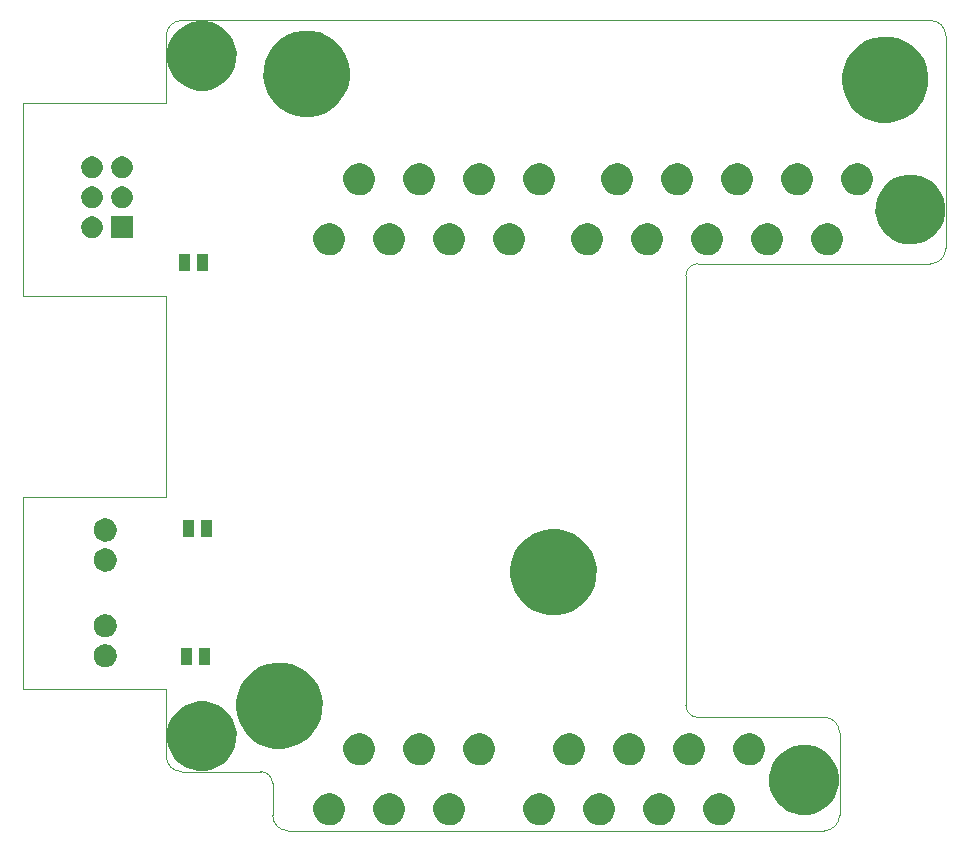
<source format=gts>
G04 (created by PCBNEW (2013-07-07 BZR 4022)-stable) date 28/02/2015 20:38:55*
%MOIN*%
G04 Gerber Fmt 3.4, Leading zero omitted, Abs format*
%FSLAX34Y34*%
G01*
G70*
G90*
G04 APERTURE LIST*
%ADD10C,0.00590551*%
%ADD11C,0.000393701*%
G04 APERTURE END LIST*
G54D10*
G54D11*
X42173Y-51606D02*
X42173Y-49370D01*
X42173Y-49370D02*
X37401Y-49370D01*
X37401Y-49370D02*
X37401Y-42952D01*
X37401Y-42952D02*
X42173Y-42952D01*
X42173Y-42952D02*
X42173Y-36259D01*
X42173Y-36259D02*
X37401Y-36259D01*
X37401Y-36259D02*
X37401Y-29822D01*
X37401Y-29822D02*
X42173Y-29822D01*
X42173Y-29822D02*
X42173Y-27590D01*
X42173Y-27590D02*
G75*
G02X42685Y-27078I511J0D01*
G74*
G01*
X45716Y-52511D02*
X45716Y-53574D01*
X42685Y-52118D02*
X45322Y-52118D01*
X67645Y-27078D02*
X42685Y-27078D01*
X68157Y-34677D02*
X68157Y-27590D01*
X59889Y-35188D02*
X67645Y-35188D01*
X59496Y-49913D02*
X59496Y-35582D01*
X64102Y-50307D02*
X59889Y-50307D01*
X64614Y-53574D02*
X64614Y-50818D01*
X46228Y-54086D02*
X64102Y-54086D01*
X45322Y-52118D02*
G75*
G02X45716Y-52511I0J-393D01*
G74*
G01*
X42685Y-52118D02*
G75*
G02X42173Y-51606I0J511D01*
G74*
G01*
X67645Y-27078D02*
G75*
G02X68157Y-27590I0J-511D01*
G74*
G01*
X68157Y-34678D02*
G75*
G02X67645Y-35188I-511J0D01*
G74*
G01*
X59496Y-35581D02*
G75*
G02X59889Y-35188I393J0D01*
G74*
G01*
X59889Y-50307D02*
G75*
G02X59496Y-49913I0J393D01*
G74*
G01*
X64103Y-50307D02*
G75*
G02X64614Y-50818I0J-511D01*
G74*
G01*
X64614Y-53575D02*
G75*
G02X64102Y-54086I-511J0D01*
G74*
G01*
X46227Y-54086D02*
G75*
G02X45716Y-53574I0J511D01*
G74*
G01*
G54D10*
G36*
X40056Y-31940D02*
X40055Y-32014D01*
X40038Y-32089D01*
X40012Y-32148D01*
X39968Y-32210D01*
X39921Y-32255D01*
X39857Y-32296D01*
X39796Y-32319D01*
X39721Y-32332D01*
X39657Y-32331D01*
X39582Y-32314D01*
X39523Y-32289D01*
X39460Y-32245D01*
X39415Y-32199D01*
X39374Y-32134D01*
X39350Y-32075D01*
X39336Y-31999D01*
X39337Y-31935D01*
X39353Y-31860D01*
X39378Y-31801D01*
X39422Y-31737D01*
X39467Y-31693D01*
X39532Y-31650D01*
X39591Y-31626D01*
X39667Y-31612D01*
X39731Y-31612D01*
X39807Y-31628D01*
X39865Y-31653D01*
X39929Y-31696D01*
X39974Y-31741D01*
X40017Y-31806D01*
X40041Y-31864D01*
X40056Y-31940D01*
X40056Y-31940D01*
G37*
G36*
X40056Y-32940D02*
X40055Y-33014D01*
X40038Y-33089D01*
X40012Y-33148D01*
X39968Y-33210D01*
X39921Y-33255D01*
X39857Y-33296D01*
X39796Y-33319D01*
X39721Y-33332D01*
X39657Y-33331D01*
X39582Y-33314D01*
X39523Y-33289D01*
X39460Y-33245D01*
X39415Y-33199D01*
X39374Y-33134D01*
X39350Y-33075D01*
X39336Y-32999D01*
X39337Y-32935D01*
X39353Y-32860D01*
X39378Y-32801D01*
X39422Y-32737D01*
X39467Y-32693D01*
X39532Y-32650D01*
X39591Y-32626D01*
X39667Y-32612D01*
X39731Y-32612D01*
X39807Y-32628D01*
X39865Y-32653D01*
X39929Y-32696D01*
X39974Y-32741D01*
X40017Y-32806D01*
X40041Y-32864D01*
X40056Y-32940D01*
X40056Y-32940D01*
G37*
G36*
X40056Y-33940D02*
X40055Y-34014D01*
X40038Y-34089D01*
X40012Y-34148D01*
X39968Y-34210D01*
X39921Y-34255D01*
X39857Y-34296D01*
X39796Y-34319D01*
X39721Y-34332D01*
X39657Y-34331D01*
X39582Y-34314D01*
X39523Y-34289D01*
X39460Y-34245D01*
X39415Y-34199D01*
X39374Y-34134D01*
X39350Y-34075D01*
X39336Y-33999D01*
X39337Y-33935D01*
X39353Y-33860D01*
X39378Y-33801D01*
X39422Y-33737D01*
X39467Y-33693D01*
X39532Y-33650D01*
X39591Y-33626D01*
X39667Y-33612D01*
X39731Y-33612D01*
X39807Y-33628D01*
X39865Y-33653D01*
X39929Y-33696D01*
X39974Y-33741D01*
X40017Y-33806D01*
X40041Y-33864D01*
X40056Y-33940D01*
X40056Y-33940D01*
G37*
G36*
X40527Y-44031D02*
X40526Y-44113D01*
X40508Y-44193D01*
X40479Y-44257D01*
X40432Y-44324D01*
X40380Y-44373D01*
X40311Y-44417D01*
X40245Y-44442D01*
X40164Y-44457D01*
X40094Y-44455D01*
X40013Y-44438D01*
X39949Y-44409D01*
X39881Y-44362D01*
X39833Y-44312D01*
X39788Y-44242D01*
X39762Y-44177D01*
X39747Y-44096D01*
X39748Y-44026D01*
X39765Y-43945D01*
X39793Y-43881D01*
X39840Y-43812D01*
X39889Y-43764D01*
X39959Y-43718D01*
X40023Y-43692D01*
X40105Y-43676D01*
X40175Y-43677D01*
X40257Y-43694D01*
X40320Y-43720D01*
X40390Y-43767D01*
X40438Y-43816D01*
X40485Y-43886D01*
X40511Y-43950D01*
X40527Y-44031D01*
X40527Y-44031D01*
G37*
G36*
X40527Y-45031D02*
X40526Y-45113D01*
X40508Y-45193D01*
X40479Y-45257D01*
X40432Y-45324D01*
X40380Y-45373D01*
X40311Y-45417D01*
X40245Y-45442D01*
X40164Y-45457D01*
X40094Y-45455D01*
X40013Y-45438D01*
X39949Y-45409D01*
X39881Y-45362D01*
X39833Y-45312D01*
X39788Y-45242D01*
X39762Y-45177D01*
X39747Y-45096D01*
X39748Y-45026D01*
X39765Y-44945D01*
X39793Y-44881D01*
X39840Y-44812D01*
X39889Y-44764D01*
X39959Y-44718D01*
X40023Y-44692D01*
X40105Y-44676D01*
X40175Y-44677D01*
X40257Y-44694D01*
X40320Y-44720D01*
X40390Y-44767D01*
X40438Y-44816D01*
X40485Y-44886D01*
X40511Y-44950D01*
X40527Y-45031D01*
X40527Y-45031D01*
G37*
G36*
X40527Y-47220D02*
X40526Y-47302D01*
X40508Y-47382D01*
X40479Y-47446D01*
X40432Y-47513D01*
X40380Y-47562D01*
X40311Y-47606D01*
X40245Y-47631D01*
X40164Y-47646D01*
X40094Y-47644D01*
X40013Y-47627D01*
X39949Y-47598D01*
X39881Y-47551D01*
X39833Y-47501D01*
X39788Y-47431D01*
X39762Y-47366D01*
X39747Y-47285D01*
X39748Y-47215D01*
X39765Y-47134D01*
X39793Y-47070D01*
X39840Y-47001D01*
X39889Y-46953D01*
X39959Y-46907D01*
X40023Y-46881D01*
X40105Y-46865D01*
X40175Y-46866D01*
X40257Y-46883D01*
X40320Y-46909D01*
X40390Y-46956D01*
X40438Y-47005D01*
X40485Y-47075D01*
X40511Y-47139D01*
X40527Y-47220D01*
X40527Y-47220D01*
G37*
G36*
X40527Y-48220D02*
X40526Y-48302D01*
X40508Y-48382D01*
X40479Y-48446D01*
X40432Y-48513D01*
X40380Y-48562D01*
X40311Y-48606D01*
X40245Y-48631D01*
X40164Y-48646D01*
X40094Y-48644D01*
X40013Y-48627D01*
X39949Y-48598D01*
X39881Y-48551D01*
X39833Y-48501D01*
X39788Y-48431D01*
X39762Y-48366D01*
X39747Y-48285D01*
X39748Y-48215D01*
X39765Y-48134D01*
X39793Y-48070D01*
X39840Y-48001D01*
X39889Y-47953D01*
X39959Y-47907D01*
X40023Y-47881D01*
X40105Y-47865D01*
X40175Y-47866D01*
X40257Y-47883D01*
X40320Y-47909D01*
X40390Y-47956D01*
X40438Y-48005D01*
X40485Y-48075D01*
X40511Y-48139D01*
X40527Y-48220D01*
X40527Y-48220D01*
G37*
G36*
X41056Y-31940D02*
X41055Y-32014D01*
X41038Y-32089D01*
X41012Y-32148D01*
X40968Y-32210D01*
X40921Y-32255D01*
X40857Y-32296D01*
X40796Y-32319D01*
X40721Y-32332D01*
X40657Y-32331D01*
X40582Y-32314D01*
X40523Y-32289D01*
X40460Y-32245D01*
X40415Y-32199D01*
X40374Y-32134D01*
X40350Y-32075D01*
X40336Y-31999D01*
X40337Y-31935D01*
X40353Y-31860D01*
X40378Y-31801D01*
X40422Y-31737D01*
X40467Y-31693D01*
X40532Y-31650D01*
X40591Y-31626D01*
X40667Y-31612D01*
X40731Y-31612D01*
X40807Y-31628D01*
X40865Y-31653D01*
X40929Y-31696D01*
X40974Y-31741D01*
X41017Y-31806D01*
X41041Y-31864D01*
X41056Y-31940D01*
X41056Y-31940D01*
G37*
G36*
X41056Y-32940D02*
X41055Y-33014D01*
X41038Y-33089D01*
X41012Y-33148D01*
X40968Y-33210D01*
X40921Y-33255D01*
X40857Y-33296D01*
X40796Y-33319D01*
X40721Y-33332D01*
X40657Y-33331D01*
X40582Y-33314D01*
X40523Y-33289D01*
X40460Y-33245D01*
X40415Y-33199D01*
X40374Y-33134D01*
X40350Y-33075D01*
X40336Y-32999D01*
X40337Y-32935D01*
X40353Y-32860D01*
X40378Y-32801D01*
X40422Y-32737D01*
X40467Y-32693D01*
X40532Y-32650D01*
X40591Y-32626D01*
X40667Y-32612D01*
X40731Y-32612D01*
X40807Y-32628D01*
X40865Y-32653D01*
X40929Y-32696D01*
X40974Y-32741D01*
X41017Y-32806D01*
X41041Y-32864D01*
X41056Y-32940D01*
X41056Y-32940D01*
G37*
G36*
X41056Y-34332D02*
X40337Y-34332D01*
X40337Y-33612D01*
X41056Y-33612D01*
X41056Y-34332D01*
X41056Y-34332D01*
G37*
G36*
X42975Y-35442D02*
X42605Y-35442D01*
X42605Y-34872D01*
X42975Y-34872D01*
X42975Y-35442D01*
X42975Y-35442D01*
G37*
G36*
X43034Y-48552D02*
X42664Y-48552D01*
X42664Y-47982D01*
X43034Y-47982D01*
X43034Y-48552D01*
X43034Y-48552D01*
G37*
G36*
X43093Y-44300D02*
X42723Y-44300D01*
X42723Y-43730D01*
X43093Y-43730D01*
X43093Y-44300D01*
X43093Y-44300D01*
G37*
G36*
X43575Y-35442D02*
X43205Y-35442D01*
X43205Y-34872D01*
X43575Y-34872D01*
X43575Y-35442D01*
X43575Y-35442D01*
G37*
G36*
X43634Y-48552D02*
X43264Y-48552D01*
X43264Y-47982D01*
X43634Y-47982D01*
X43634Y-48552D01*
X43634Y-48552D01*
G37*
G36*
X43693Y-44300D02*
X43323Y-44300D01*
X43323Y-43730D01*
X43693Y-43730D01*
X43693Y-44300D01*
X43693Y-44300D01*
G37*
G36*
X44516Y-28148D02*
X44512Y-28403D01*
X44461Y-28631D01*
X44370Y-28833D01*
X44236Y-29024D01*
X44075Y-29177D01*
X43878Y-29303D01*
X43671Y-29383D01*
X43440Y-29423D01*
X43219Y-29419D01*
X42990Y-29369D01*
X42787Y-29280D01*
X42595Y-29146D01*
X42441Y-28987D01*
X42314Y-28790D01*
X42233Y-28584D01*
X42190Y-28354D01*
X42193Y-28133D01*
X42242Y-27903D01*
X42329Y-27700D01*
X42462Y-27506D01*
X42620Y-27352D01*
X42816Y-27223D01*
X43021Y-27140D01*
X43252Y-27096D01*
X43472Y-27098D01*
X43703Y-27145D01*
X43906Y-27231D01*
X44101Y-27362D01*
X44256Y-27519D01*
X44386Y-27715D01*
X44470Y-27918D01*
X44516Y-28148D01*
X44516Y-28148D01*
G37*
G36*
X44516Y-50825D02*
X44512Y-51080D01*
X44461Y-51308D01*
X44370Y-51511D01*
X44236Y-51701D01*
X44075Y-51855D01*
X43878Y-51980D01*
X43671Y-52060D01*
X43440Y-52101D01*
X43219Y-52096D01*
X42990Y-52046D01*
X42787Y-51957D01*
X42595Y-51823D01*
X42441Y-51664D01*
X42314Y-51467D01*
X42233Y-51261D01*
X42190Y-51031D01*
X42193Y-50810D01*
X42242Y-50580D01*
X42329Y-50377D01*
X42462Y-50183D01*
X42620Y-50029D01*
X42816Y-49900D01*
X43021Y-49818D01*
X43252Y-49774D01*
X43472Y-49775D01*
X43703Y-49822D01*
X43906Y-49908D01*
X44101Y-50039D01*
X44256Y-50196D01*
X44386Y-50392D01*
X44470Y-50595D01*
X44516Y-50825D01*
X44516Y-50825D01*
G37*
G36*
X47382Y-49783D02*
X47378Y-50099D01*
X47314Y-50379D01*
X47202Y-50632D01*
X47036Y-50867D01*
X46836Y-51057D01*
X46593Y-51211D01*
X46336Y-51311D01*
X46052Y-51361D01*
X45776Y-51355D01*
X45495Y-51293D01*
X45243Y-51183D01*
X45006Y-51019D01*
X44814Y-50820D01*
X44658Y-50578D01*
X44557Y-50322D01*
X44505Y-50038D01*
X44509Y-49763D01*
X44569Y-49481D01*
X44677Y-49228D01*
X44840Y-48990D01*
X45037Y-48797D01*
X45278Y-48639D01*
X45533Y-48536D01*
X45817Y-48482D01*
X46092Y-48484D01*
X46375Y-48542D01*
X46628Y-48649D01*
X46868Y-48810D01*
X47061Y-49005D01*
X47221Y-49246D01*
X47326Y-49500D01*
X47382Y-49783D01*
X47382Y-49783D01*
G37*
G36*
X48134Y-34320D02*
X48132Y-34434D01*
X48108Y-34541D01*
X48068Y-34631D01*
X48004Y-34721D01*
X47933Y-34789D01*
X47840Y-34848D01*
X47748Y-34883D01*
X47640Y-34903D01*
X47542Y-34901D01*
X47434Y-34877D01*
X47344Y-34838D01*
X47253Y-34774D01*
X47185Y-34704D01*
X47125Y-34611D01*
X47089Y-34520D01*
X47069Y-34411D01*
X47070Y-34313D01*
X47093Y-34205D01*
X47132Y-34115D01*
X47195Y-34023D01*
X47264Y-33955D01*
X47357Y-33894D01*
X47448Y-33858D01*
X47557Y-33837D01*
X47654Y-33838D01*
X47763Y-33860D01*
X47853Y-33898D01*
X47945Y-33960D01*
X48014Y-34029D01*
X48076Y-34122D01*
X48112Y-34211D01*
X48134Y-34320D01*
X48134Y-34320D01*
G37*
G36*
X48134Y-53320D02*
X48132Y-53434D01*
X48108Y-53541D01*
X48068Y-53631D01*
X48004Y-53721D01*
X47933Y-53789D01*
X47840Y-53848D01*
X47748Y-53883D01*
X47640Y-53903D01*
X47542Y-53901D01*
X47434Y-53877D01*
X47344Y-53838D01*
X47253Y-53774D01*
X47185Y-53704D01*
X47125Y-53611D01*
X47089Y-53520D01*
X47069Y-53411D01*
X47070Y-53313D01*
X47093Y-53205D01*
X47132Y-53115D01*
X47195Y-53023D01*
X47264Y-52955D01*
X47357Y-52894D01*
X47448Y-52858D01*
X47557Y-52837D01*
X47654Y-52838D01*
X47763Y-52860D01*
X47853Y-52898D01*
X47945Y-52960D01*
X48014Y-53029D01*
X48076Y-53122D01*
X48112Y-53211D01*
X48134Y-53320D01*
X48134Y-53320D01*
G37*
G36*
X48288Y-28720D02*
X48283Y-29036D01*
X48219Y-29316D01*
X48107Y-29569D01*
X47941Y-29804D01*
X47741Y-29994D01*
X47498Y-30148D01*
X47241Y-30248D01*
X46958Y-30298D01*
X46682Y-30292D01*
X46401Y-30230D01*
X46148Y-30120D01*
X45911Y-29956D01*
X45720Y-29757D01*
X45564Y-29515D01*
X45462Y-29259D01*
X45410Y-28975D01*
X45414Y-28700D01*
X45474Y-28418D01*
X45583Y-28165D01*
X45746Y-27927D01*
X45942Y-27734D01*
X46184Y-27576D01*
X46439Y-27473D01*
X46723Y-27419D01*
X46997Y-27421D01*
X47280Y-27479D01*
X47534Y-27586D01*
X47773Y-27747D01*
X47967Y-27942D01*
X48127Y-28183D01*
X48231Y-28437D01*
X48288Y-28720D01*
X48288Y-28720D01*
G37*
G36*
X49134Y-32320D02*
X49132Y-32434D01*
X49108Y-32541D01*
X49068Y-32631D01*
X49004Y-32721D01*
X48933Y-32789D01*
X48840Y-32848D01*
X48748Y-32883D01*
X48640Y-32903D01*
X48542Y-32901D01*
X48434Y-32877D01*
X48344Y-32838D01*
X48253Y-32774D01*
X48185Y-32704D01*
X48125Y-32611D01*
X48089Y-32520D01*
X48069Y-32411D01*
X48070Y-32313D01*
X48093Y-32205D01*
X48132Y-32115D01*
X48195Y-32023D01*
X48264Y-31955D01*
X48357Y-31894D01*
X48448Y-31858D01*
X48557Y-31837D01*
X48654Y-31838D01*
X48763Y-31860D01*
X48853Y-31898D01*
X48945Y-31960D01*
X49014Y-32029D01*
X49076Y-32122D01*
X49112Y-32211D01*
X49134Y-32320D01*
X49134Y-32320D01*
G37*
G36*
X49134Y-51320D02*
X49132Y-51434D01*
X49108Y-51541D01*
X49068Y-51631D01*
X49004Y-51721D01*
X48933Y-51789D01*
X48840Y-51848D01*
X48748Y-51883D01*
X48640Y-51903D01*
X48542Y-51901D01*
X48434Y-51877D01*
X48344Y-51838D01*
X48253Y-51774D01*
X48185Y-51704D01*
X48125Y-51611D01*
X48089Y-51520D01*
X48069Y-51411D01*
X48070Y-51313D01*
X48093Y-51205D01*
X48132Y-51115D01*
X48195Y-51023D01*
X48264Y-50955D01*
X48357Y-50894D01*
X48448Y-50858D01*
X48557Y-50837D01*
X48654Y-50838D01*
X48763Y-50860D01*
X48853Y-50898D01*
X48945Y-50960D01*
X49014Y-51029D01*
X49076Y-51122D01*
X49112Y-51211D01*
X49134Y-51320D01*
X49134Y-51320D01*
G37*
G36*
X50134Y-34320D02*
X50132Y-34434D01*
X50108Y-34541D01*
X50068Y-34631D01*
X50004Y-34721D01*
X49933Y-34789D01*
X49840Y-34848D01*
X49748Y-34883D01*
X49640Y-34903D01*
X49542Y-34901D01*
X49434Y-34877D01*
X49344Y-34838D01*
X49253Y-34774D01*
X49185Y-34704D01*
X49125Y-34611D01*
X49089Y-34520D01*
X49069Y-34411D01*
X49070Y-34313D01*
X49093Y-34205D01*
X49132Y-34115D01*
X49195Y-34023D01*
X49264Y-33955D01*
X49357Y-33894D01*
X49448Y-33858D01*
X49557Y-33837D01*
X49654Y-33838D01*
X49763Y-33860D01*
X49853Y-33898D01*
X49945Y-33960D01*
X50014Y-34029D01*
X50076Y-34122D01*
X50112Y-34211D01*
X50134Y-34320D01*
X50134Y-34320D01*
G37*
G36*
X50134Y-53320D02*
X50132Y-53434D01*
X50108Y-53541D01*
X50068Y-53631D01*
X50004Y-53721D01*
X49933Y-53789D01*
X49840Y-53848D01*
X49748Y-53883D01*
X49640Y-53903D01*
X49542Y-53901D01*
X49434Y-53877D01*
X49344Y-53838D01*
X49253Y-53774D01*
X49185Y-53704D01*
X49125Y-53611D01*
X49089Y-53520D01*
X49069Y-53411D01*
X49070Y-53313D01*
X49093Y-53205D01*
X49132Y-53115D01*
X49195Y-53023D01*
X49264Y-52955D01*
X49357Y-52894D01*
X49448Y-52858D01*
X49557Y-52837D01*
X49654Y-52838D01*
X49763Y-52860D01*
X49853Y-52898D01*
X49945Y-52960D01*
X50014Y-53029D01*
X50076Y-53122D01*
X50112Y-53211D01*
X50134Y-53320D01*
X50134Y-53320D01*
G37*
G36*
X51134Y-32320D02*
X51132Y-32434D01*
X51108Y-32541D01*
X51068Y-32631D01*
X51004Y-32721D01*
X50933Y-32789D01*
X50840Y-32848D01*
X50748Y-32883D01*
X50640Y-32903D01*
X50542Y-32901D01*
X50434Y-32877D01*
X50344Y-32838D01*
X50253Y-32774D01*
X50185Y-32704D01*
X50125Y-32611D01*
X50089Y-32520D01*
X50069Y-32411D01*
X50070Y-32313D01*
X50093Y-32205D01*
X50132Y-32115D01*
X50195Y-32023D01*
X50264Y-31955D01*
X50357Y-31894D01*
X50448Y-31858D01*
X50557Y-31837D01*
X50654Y-31838D01*
X50763Y-31860D01*
X50853Y-31898D01*
X50945Y-31960D01*
X51014Y-32029D01*
X51076Y-32122D01*
X51112Y-32211D01*
X51134Y-32320D01*
X51134Y-32320D01*
G37*
G36*
X51134Y-51320D02*
X51132Y-51434D01*
X51108Y-51541D01*
X51068Y-51631D01*
X51004Y-51721D01*
X50933Y-51789D01*
X50840Y-51848D01*
X50748Y-51883D01*
X50640Y-51903D01*
X50542Y-51901D01*
X50434Y-51877D01*
X50344Y-51838D01*
X50253Y-51774D01*
X50185Y-51704D01*
X50125Y-51611D01*
X50089Y-51520D01*
X50069Y-51411D01*
X50070Y-51313D01*
X50093Y-51205D01*
X50132Y-51115D01*
X50195Y-51023D01*
X50264Y-50955D01*
X50357Y-50894D01*
X50448Y-50858D01*
X50557Y-50837D01*
X50654Y-50838D01*
X50763Y-50860D01*
X50853Y-50898D01*
X50945Y-50960D01*
X51014Y-51029D01*
X51076Y-51122D01*
X51112Y-51211D01*
X51134Y-51320D01*
X51134Y-51320D01*
G37*
G36*
X52134Y-34320D02*
X52132Y-34434D01*
X52108Y-34541D01*
X52068Y-34631D01*
X52004Y-34721D01*
X51933Y-34789D01*
X51840Y-34848D01*
X51748Y-34883D01*
X51640Y-34903D01*
X51542Y-34901D01*
X51434Y-34877D01*
X51344Y-34838D01*
X51253Y-34774D01*
X51185Y-34704D01*
X51125Y-34611D01*
X51089Y-34520D01*
X51069Y-34411D01*
X51070Y-34313D01*
X51093Y-34205D01*
X51132Y-34115D01*
X51195Y-34023D01*
X51264Y-33955D01*
X51357Y-33894D01*
X51448Y-33858D01*
X51557Y-33837D01*
X51654Y-33838D01*
X51763Y-33860D01*
X51853Y-33898D01*
X51945Y-33960D01*
X52014Y-34029D01*
X52076Y-34122D01*
X52112Y-34211D01*
X52134Y-34320D01*
X52134Y-34320D01*
G37*
G36*
X52134Y-53320D02*
X52132Y-53434D01*
X52108Y-53541D01*
X52068Y-53631D01*
X52004Y-53721D01*
X51933Y-53789D01*
X51840Y-53848D01*
X51748Y-53883D01*
X51640Y-53903D01*
X51542Y-53901D01*
X51434Y-53877D01*
X51344Y-53838D01*
X51253Y-53774D01*
X51185Y-53704D01*
X51125Y-53611D01*
X51089Y-53520D01*
X51069Y-53411D01*
X51070Y-53313D01*
X51093Y-53205D01*
X51132Y-53115D01*
X51195Y-53023D01*
X51264Y-52955D01*
X51357Y-52894D01*
X51448Y-52858D01*
X51557Y-52837D01*
X51654Y-52838D01*
X51763Y-52860D01*
X51853Y-52898D01*
X51945Y-52960D01*
X52014Y-53029D01*
X52076Y-53122D01*
X52112Y-53211D01*
X52134Y-53320D01*
X52134Y-53320D01*
G37*
G36*
X53134Y-32320D02*
X53132Y-32434D01*
X53108Y-32541D01*
X53068Y-32631D01*
X53004Y-32721D01*
X52933Y-32789D01*
X52840Y-32848D01*
X52748Y-32883D01*
X52640Y-32903D01*
X52542Y-32901D01*
X52434Y-32877D01*
X52344Y-32838D01*
X52253Y-32774D01*
X52185Y-32704D01*
X52125Y-32611D01*
X52089Y-32520D01*
X52069Y-32411D01*
X52070Y-32313D01*
X52093Y-32205D01*
X52132Y-32115D01*
X52195Y-32023D01*
X52264Y-31955D01*
X52357Y-31894D01*
X52448Y-31858D01*
X52557Y-31837D01*
X52654Y-31838D01*
X52763Y-31860D01*
X52853Y-31898D01*
X52945Y-31960D01*
X53014Y-32029D01*
X53076Y-32122D01*
X53112Y-32211D01*
X53134Y-32320D01*
X53134Y-32320D01*
G37*
G36*
X53134Y-51320D02*
X53132Y-51434D01*
X53108Y-51541D01*
X53068Y-51631D01*
X53004Y-51721D01*
X52933Y-51789D01*
X52840Y-51848D01*
X52748Y-51883D01*
X52640Y-51903D01*
X52542Y-51901D01*
X52434Y-51877D01*
X52344Y-51838D01*
X52253Y-51774D01*
X52185Y-51704D01*
X52125Y-51611D01*
X52089Y-51520D01*
X52069Y-51411D01*
X52070Y-51313D01*
X52093Y-51205D01*
X52132Y-51115D01*
X52195Y-51023D01*
X52264Y-50955D01*
X52357Y-50894D01*
X52448Y-50858D01*
X52557Y-50837D01*
X52654Y-50838D01*
X52763Y-50860D01*
X52853Y-50898D01*
X52945Y-50960D01*
X53014Y-51029D01*
X53076Y-51122D01*
X53112Y-51211D01*
X53134Y-51320D01*
X53134Y-51320D01*
G37*
G36*
X54134Y-34320D02*
X54132Y-34434D01*
X54108Y-34541D01*
X54068Y-34631D01*
X54004Y-34721D01*
X53933Y-34789D01*
X53840Y-34848D01*
X53748Y-34883D01*
X53640Y-34903D01*
X53542Y-34901D01*
X53434Y-34877D01*
X53344Y-34838D01*
X53253Y-34774D01*
X53185Y-34704D01*
X53125Y-34611D01*
X53089Y-34520D01*
X53069Y-34411D01*
X53070Y-34313D01*
X53093Y-34205D01*
X53132Y-34115D01*
X53195Y-34023D01*
X53264Y-33955D01*
X53357Y-33894D01*
X53448Y-33858D01*
X53557Y-33837D01*
X53654Y-33838D01*
X53763Y-33860D01*
X53853Y-33898D01*
X53945Y-33960D01*
X54014Y-34029D01*
X54076Y-34122D01*
X54112Y-34211D01*
X54134Y-34320D01*
X54134Y-34320D01*
G37*
G36*
X55134Y-32320D02*
X55132Y-32434D01*
X55108Y-32541D01*
X55068Y-32631D01*
X55004Y-32721D01*
X54933Y-32789D01*
X54840Y-32848D01*
X54748Y-32883D01*
X54640Y-32903D01*
X54542Y-32901D01*
X54434Y-32877D01*
X54344Y-32838D01*
X54253Y-32774D01*
X54185Y-32704D01*
X54125Y-32611D01*
X54089Y-32520D01*
X54069Y-32411D01*
X54070Y-32313D01*
X54093Y-32205D01*
X54132Y-32115D01*
X54195Y-32023D01*
X54264Y-31955D01*
X54357Y-31894D01*
X54448Y-31858D01*
X54557Y-31837D01*
X54654Y-31838D01*
X54763Y-31860D01*
X54853Y-31898D01*
X54945Y-31960D01*
X55014Y-32029D01*
X55076Y-32122D01*
X55112Y-32211D01*
X55134Y-32320D01*
X55134Y-32320D01*
G37*
G36*
X55134Y-53320D02*
X55132Y-53434D01*
X55108Y-53541D01*
X55068Y-53631D01*
X55004Y-53721D01*
X54933Y-53789D01*
X54840Y-53848D01*
X54748Y-53883D01*
X54640Y-53903D01*
X54542Y-53901D01*
X54434Y-53877D01*
X54344Y-53838D01*
X54253Y-53774D01*
X54185Y-53704D01*
X54125Y-53611D01*
X54089Y-53520D01*
X54069Y-53411D01*
X54070Y-53313D01*
X54093Y-53205D01*
X54132Y-53115D01*
X54195Y-53023D01*
X54264Y-52955D01*
X54357Y-52894D01*
X54448Y-52858D01*
X54557Y-52837D01*
X54654Y-52838D01*
X54763Y-52860D01*
X54853Y-52898D01*
X54945Y-52960D01*
X55014Y-53029D01*
X55076Y-53122D01*
X55112Y-53211D01*
X55134Y-53320D01*
X55134Y-53320D01*
G37*
G36*
X56134Y-51320D02*
X56132Y-51434D01*
X56108Y-51541D01*
X56068Y-51631D01*
X56004Y-51721D01*
X55933Y-51789D01*
X55840Y-51848D01*
X55748Y-51883D01*
X55640Y-51903D01*
X55542Y-51901D01*
X55434Y-51877D01*
X55344Y-51838D01*
X55253Y-51774D01*
X55185Y-51704D01*
X55125Y-51611D01*
X55089Y-51520D01*
X55069Y-51411D01*
X55070Y-51313D01*
X55093Y-51205D01*
X55132Y-51115D01*
X55195Y-51023D01*
X55264Y-50955D01*
X55357Y-50894D01*
X55448Y-50858D01*
X55557Y-50837D01*
X55654Y-50838D01*
X55763Y-50860D01*
X55853Y-50898D01*
X55945Y-50960D01*
X56014Y-51029D01*
X56076Y-51122D01*
X56112Y-51211D01*
X56134Y-51320D01*
X56134Y-51320D01*
G37*
G36*
X56516Y-45334D02*
X56511Y-45650D01*
X56448Y-45931D01*
X56335Y-46183D01*
X56170Y-46418D01*
X55970Y-46608D01*
X55727Y-46762D01*
X55470Y-46862D01*
X55186Y-46912D01*
X54910Y-46906D01*
X54629Y-46845D01*
X54376Y-46734D01*
X54140Y-46570D01*
X53948Y-46372D01*
X53792Y-46129D01*
X53691Y-45873D01*
X53639Y-45589D01*
X53643Y-45314D01*
X53703Y-45032D01*
X53811Y-44779D01*
X53974Y-44541D01*
X54171Y-44349D01*
X54412Y-44190D01*
X54667Y-44087D01*
X54951Y-44033D01*
X55226Y-44035D01*
X55509Y-44093D01*
X55762Y-44200D01*
X56002Y-44361D01*
X56195Y-44556D01*
X56355Y-44797D01*
X56460Y-45051D01*
X56516Y-45334D01*
X56516Y-45334D01*
G37*
G36*
X56734Y-34320D02*
X56732Y-34434D01*
X56708Y-34541D01*
X56668Y-34631D01*
X56604Y-34721D01*
X56533Y-34789D01*
X56440Y-34848D01*
X56348Y-34883D01*
X56240Y-34903D01*
X56142Y-34901D01*
X56034Y-34877D01*
X55944Y-34838D01*
X55853Y-34774D01*
X55785Y-34704D01*
X55725Y-34611D01*
X55689Y-34520D01*
X55669Y-34411D01*
X55670Y-34313D01*
X55693Y-34205D01*
X55732Y-34115D01*
X55795Y-34023D01*
X55864Y-33955D01*
X55957Y-33894D01*
X56048Y-33858D01*
X56157Y-33837D01*
X56254Y-33838D01*
X56363Y-33860D01*
X56453Y-33898D01*
X56545Y-33960D01*
X56614Y-34029D01*
X56676Y-34122D01*
X56712Y-34211D01*
X56734Y-34320D01*
X56734Y-34320D01*
G37*
G36*
X57134Y-53320D02*
X57132Y-53434D01*
X57108Y-53541D01*
X57068Y-53631D01*
X57004Y-53721D01*
X56933Y-53789D01*
X56840Y-53848D01*
X56748Y-53883D01*
X56640Y-53903D01*
X56542Y-53901D01*
X56434Y-53877D01*
X56344Y-53838D01*
X56253Y-53774D01*
X56185Y-53704D01*
X56125Y-53611D01*
X56089Y-53520D01*
X56069Y-53411D01*
X56070Y-53313D01*
X56093Y-53205D01*
X56132Y-53115D01*
X56195Y-53023D01*
X56264Y-52955D01*
X56357Y-52894D01*
X56448Y-52858D01*
X56557Y-52837D01*
X56654Y-52838D01*
X56763Y-52860D01*
X56853Y-52898D01*
X56945Y-52960D01*
X57014Y-53029D01*
X57076Y-53122D01*
X57112Y-53211D01*
X57134Y-53320D01*
X57134Y-53320D01*
G37*
G36*
X57734Y-32320D02*
X57732Y-32434D01*
X57708Y-32541D01*
X57668Y-32631D01*
X57604Y-32721D01*
X57533Y-32789D01*
X57440Y-32848D01*
X57348Y-32883D01*
X57240Y-32903D01*
X57142Y-32901D01*
X57034Y-32877D01*
X56944Y-32838D01*
X56853Y-32774D01*
X56785Y-32704D01*
X56725Y-32611D01*
X56689Y-32520D01*
X56669Y-32411D01*
X56670Y-32313D01*
X56693Y-32205D01*
X56732Y-32115D01*
X56795Y-32023D01*
X56864Y-31955D01*
X56957Y-31894D01*
X57048Y-31858D01*
X57157Y-31837D01*
X57254Y-31838D01*
X57363Y-31860D01*
X57453Y-31898D01*
X57545Y-31960D01*
X57614Y-32029D01*
X57676Y-32122D01*
X57712Y-32211D01*
X57734Y-32320D01*
X57734Y-32320D01*
G37*
G36*
X58134Y-51320D02*
X58132Y-51434D01*
X58108Y-51541D01*
X58068Y-51631D01*
X58004Y-51721D01*
X57933Y-51789D01*
X57840Y-51848D01*
X57748Y-51883D01*
X57640Y-51903D01*
X57542Y-51901D01*
X57434Y-51877D01*
X57344Y-51838D01*
X57253Y-51774D01*
X57185Y-51704D01*
X57125Y-51611D01*
X57089Y-51520D01*
X57069Y-51411D01*
X57070Y-51313D01*
X57093Y-51205D01*
X57132Y-51115D01*
X57195Y-51023D01*
X57264Y-50955D01*
X57357Y-50894D01*
X57448Y-50858D01*
X57557Y-50837D01*
X57654Y-50838D01*
X57763Y-50860D01*
X57853Y-50898D01*
X57945Y-50960D01*
X58014Y-51029D01*
X58076Y-51122D01*
X58112Y-51211D01*
X58134Y-51320D01*
X58134Y-51320D01*
G37*
G36*
X58734Y-34320D02*
X58732Y-34434D01*
X58708Y-34541D01*
X58668Y-34631D01*
X58604Y-34721D01*
X58533Y-34789D01*
X58440Y-34848D01*
X58348Y-34883D01*
X58240Y-34903D01*
X58142Y-34901D01*
X58034Y-34877D01*
X57944Y-34838D01*
X57853Y-34774D01*
X57785Y-34704D01*
X57725Y-34611D01*
X57689Y-34520D01*
X57669Y-34411D01*
X57670Y-34313D01*
X57693Y-34205D01*
X57732Y-34115D01*
X57795Y-34023D01*
X57864Y-33955D01*
X57957Y-33894D01*
X58048Y-33858D01*
X58157Y-33837D01*
X58254Y-33838D01*
X58363Y-33860D01*
X58453Y-33898D01*
X58545Y-33960D01*
X58614Y-34029D01*
X58676Y-34122D01*
X58712Y-34211D01*
X58734Y-34320D01*
X58734Y-34320D01*
G37*
G36*
X59134Y-53320D02*
X59132Y-53434D01*
X59108Y-53541D01*
X59068Y-53631D01*
X59004Y-53721D01*
X58933Y-53789D01*
X58840Y-53848D01*
X58748Y-53883D01*
X58640Y-53903D01*
X58542Y-53901D01*
X58434Y-53877D01*
X58344Y-53838D01*
X58253Y-53774D01*
X58185Y-53704D01*
X58125Y-53611D01*
X58089Y-53520D01*
X58069Y-53411D01*
X58070Y-53313D01*
X58093Y-53205D01*
X58132Y-53115D01*
X58195Y-53023D01*
X58264Y-52955D01*
X58357Y-52894D01*
X58448Y-52858D01*
X58557Y-52837D01*
X58654Y-52838D01*
X58763Y-52860D01*
X58853Y-52898D01*
X58945Y-52960D01*
X59014Y-53029D01*
X59076Y-53122D01*
X59112Y-53211D01*
X59134Y-53320D01*
X59134Y-53320D01*
G37*
G36*
X59734Y-32320D02*
X59732Y-32434D01*
X59708Y-32541D01*
X59668Y-32631D01*
X59604Y-32721D01*
X59533Y-32789D01*
X59440Y-32848D01*
X59348Y-32883D01*
X59240Y-32903D01*
X59142Y-32901D01*
X59034Y-32877D01*
X58944Y-32838D01*
X58853Y-32774D01*
X58785Y-32704D01*
X58725Y-32611D01*
X58689Y-32520D01*
X58669Y-32411D01*
X58670Y-32313D01*
X58693Y-32205D01*
X58732Y-32115D01*
X58795Y-32023D01*
X58864Y-31955D01*
X58957Y-31894D01*
X59048Y-31858D01*
X59157Y-31837D01*
X59254Y-31838D01*
X59363Y-31860D01*
X59453Y-31898D01*
X59545Y-31960D01*
X59614Y-32029D01*
X59676Y-32122D01*
X59712Y-32211D01*
X59734Y-32320D01*
X59734Y-32320D01*
G37*
G36*
X60134Y-51320D02*
X60132Y-51434D01*
X60108Y-51541D01*
X60068Y-51631D01*
X60004Y-51721D01*
X59933Y-51789D01*
X59840Y-51848D01*
X59748Y-51883D01*
X59640Y-51903D01*
X59542Y-51901D01*
X59434Y-51877D01*
X59344Y-51838D01*
X59253Y-51774D01*
X59185Y-51704D01*
X59125Y-51611D01*
X59089Y-51520D01*
X59069Y-51411D01*
X59070Y-51313D01*
X59093Y-51205D01*
X59132Y-51115D01*
X59195Y-51023D01*
X59264Y-50955D01*
X59357Y-50894D01*
X59448Y-50858D01*
X59557Y-50837D01*
X59654Y-50838D01*
X59763Y-50860D01*
X59853Y-50898D01*
X59945Y-50960D01*
X60014Y-51029D01*
X60076Y-51122D01*
X60112Y-51211D01*
X60134Y-51320D01*
X60134Y-51320D01*
G37*
G36*
X60734Y-34320D02*
X60732Y-34434D01*
X60708Y-34541D01*
X60668Y-34631D01*
X60604Y-34721D01*
X60533Y-34789D01*
X60440Y-34848D01*
X60348Y-34883D01*
X60240Y-34903D01*
X60142Y-34901D01*
X60034Y-34877D01*
X59944Y-34838D01*
X59853Y-34774D01*
X59785Y-34704D01*
X59725Y-34611D01*
X59689Y-34520D01*
X59669Y-34411D01*
X59670Y-34313D01*
X59693Y-34205D01*
X59732Y-34115D01*
X59795Y-34023D01*
X59864Y-33955D01*
X59957Y-33894D01*
X60048Y-33858D01*
X60157Y-33837D01*
X60254Y-33838D01*
X60363Y-33860D01*
X60453Y-33898D01*
X60545Y-33960D01*
X60614Y-34029D01*
X60676Y-34122D01*
X60712Y-34211D01*
X60734Y-34320D01*
X60734Y-34320D01*
G37*
G36*
X61134Y-53320D02*
X61132Y-53434D01*
X61108Y-53541D01*
X61068Y-53631D01*
X61004Y-53721D01*
X60933Y-53789D01*
X60840Y-53848D01*
X60748Y-53883D01*
X60640Y-53903D01*
X60542Y-53901D01*
X60434Y-53877D01*
X60344Y-53838D01*
X60253Y-53774D01*
X60185Y-53704D01*
X60125Y-53611D01*
X60089Y-53520D01*
X60069Y-53411D01*
X60070Y-53313D01*
X60093Y-53205D01*
X60132Y-53115D01*
X60195Y-53023D01*
X60264Y-52955D01*
X60357Y-52894D01*
X60448Y-52858D01*
X60557Y-52837D01*
X60654Y-52838D01*
X60763Y-52860D01*
X60853Y-52898D01*
X60945Y-52960D01*
X61014Y-53029D01*
X61076Y-53122D01*
X61112Y-53211D01*
X61134Y-53320D01*
X61134Y-53320D01*
G37*
G36*
X61734Y-32320D02*
X61732Y-32434D01*
X61708Y-32541D01*
X61668Y-32631D01*
X61604Y-32721D01*
X61533Y-32789D01*
X61440Y-32848D01*
X61348Y-32883D01*
X61240Y-32903D01*
X61142Y-32901D01*
X61034Y-32877D01*
X60944Y-32838D01*
X60853Y-32774D01*
X60785Y-32704D01*
X60725Y-32611D01*
X60689Y-32520D01*
X60669Y-32411D01*
X60670Y-32313D01*
X60693Y-32205D01*
X60732Y-32115D01*
X60795Y-32023D01*
X60864Y-31955D01*
X60957Y-31894D01*
X61048Y-31858D01*
X61157Y-31837D01*
X61254Y-31838D01*
X61363Y-31860D01*
X61453Y-31898D01*
X61545Y-31960D01*
X61614Y-32029D01*
X61676Y-32122D01*
X61712Y-32211D01*
X61734Y-32320D01*
X61734Y-32320D01*
G37*
G36*
X62134Y-51320D02*
X62132Y-51434D01*
X62108Y-51541D01*
X62068Y-51631D01*
X62004Y-51721D01*
X61933Y-51789D01*
X61840Y-51848D01*
X61748Y-51883D01*
X61640Y-51903D01*
X61542Y-51901D01*
X61434Y-51877D01*
X61344Y-51838D01*
X61253Y-51774D01*
X61185Y-51704D01*
X61125Y-51611D01*
X61089Y-51520D01*
X61069Y-51411D01*
X61070Y-51313D01*
X61093Y-51205D01*
X61132Y-51115D01*
X61195Y-51023D01*
X61264Y-50955D01*
X61357Y-50894D01*
X61448Y-50858D01*
X61557Y-50837D01*
X61654Y-50838D01*
X61763Y-50860D01*
X61853Y-50898D01*
X61945Y-50960D01*
X62014Y-51029D01*
X62076Y-51122D01*
X62112Y-51211D01*
X62134Y-51320D01*
X62134Y-51320D01*
G37*
G36*
X62734Y-34320D02*
X62732Y-34434D01*
X62708Y-34541D01*
X62668Y-34631D01*
X62604Y-34721D01*
X62533Y-34789D01*
X62440Y-34848D01*
X62348Y-34883D01*
X62240Y-34903D01*
X62142Y-34901D01*
X62034Y-34877D01*
X61944Y-34838D01*
X61853Y-34774D01*
X61785Y-34704D01*
X61725Y-34611D01*
X61689Y-34520D01*
X61669Y-34411D01*
X61670Y-34313D01*
X61693Y-34205D01*
X61732Y-34115D01*
X61795Y-34023D01*
X61864Y-33955D01*
X61957Y-33894D01*
X62048Y-33858D01*
X62157Y-33837D01*
X62254Y-33838D01*
X62363Y-33860D01*
X62453Y-33898D01*
X62545Y-33960D01*
X62614Y-34029D01*
X62676Y-34122D01*
X62712Y-34211D01*
X62734Y-34320D01*
X62734Y-34320D01*
G37*
G36*
X63734Y-32320D02*
X63732Y-32434D01*
X63708Y-32541D01*
X63668Y-32631D01*
X63604Y-32721D01*
X63533Y-32789D01*
X63440Y-32848D01*
X63348Y-32883D01*
X63240Y-32903D01*
X63142Y-32901D01*
X63034Y-32877D01*
X62944Y-32838D01*
X62853Y-32774D01*
X62785Y-32704D01*
X62725Y-32611D01*
X62689Y-32520D01*
X62669Y-32411D01*
X62670Y-32313D01*
X62693Y-32205D01*
X62732Y-32115D01*
X62795Y-32023D01*
X62864Y-31955D01*
X62957Y-31894D01*
X63048Y-31858D01*
X63157Y-31837D01*
X63254Y-31838D01*
X63363Y-31860D01*
X63453Y-31898D01*
X63545Y-31960D01*
X63614Y-32029D01*
X63676Y-32122D01*
X63712Y-32211D01*
X63734Y-32320D01*
X63734Y-32320D01*
G37*
G36*
X64595Y-52282D02*
X64591Y-52537D01*
X64539Y-52764D01*
X64449Y-52967D01*
X64314Y-53158D01*
X64154Y-53311D01*
X63956Y-53436D01*
X63749Y-53517D01*
X63519Y-53557D01*
X63297Y-53553D01*
X63069Y-53502D01*
X62866Y-53414D01*
X62674Y-53280D01*
X62520Y-53121D01*
X62393Y-52924D01*
X62311Y-52718D01*
X62269Y-52488D01*
X62272Y-52266D01*
X62321Y-52037D01*
X62408Y-51834D01*
X62541Y-51640D01*
X62698Y-51486D01*
X62895Y-51357D01*
X63100Y-51274D01*
X63330Y-51230D01*
X63551Y-51232D01*
X63781Y-51279D01*
X63985Y-51365D01*
X64180Y-51496D01*
X64335Y-51652D01*
X64465Y-51848D01*
X64549Y-52052D01*
X64595Y-52282D01*
X64595Y-52282D01*
G37*
G36*
X64734Y-34320D02*
X64732Y-34434D01*
X64708Y-34541D01*
X64668Y-34631D01*
X64604Y-34721D01*
X64533Y-34789D01*
X64440Y-34848D01*
X64348Y-34883D01*
X64240Y-34903D01*
X64142Y-34901D01*
X64034Y-34877D01*
X63944Y-34838D01*
X63853Y-34774D01*
X63785Y-34704D01*
X63725Y-34611D01*
X63689Y-34520D01*
X63669Y-34411D01*
X63670Y-34313D01*
X63693Y-34205D01*
X63732Y-34115D01*
X63795Y-34023D01*
X63864Y-33955D01*
X63957Y-33894D01*
X64048Y-33858D01*
X64157Y-33837D01*
X64254Y-33838D01*
X64363Y-33860D01*
X64453Y-33898D01*
X64545Y-33960D01*
X64614Y-34029D01*
X64676Y-34122D01*
X64712Y-34211D01*
X64734Y-34320D01*
X64734Y-34320D01*
G37*
G36*
X65734Y-32320D02*
X65732Y-32434D01*
X65708Y-32541D01*
X65668Y-32631D01*
X65604Y-32721D01*
X65533Y-32789D01*
X65440Y-32848D01*
X65348Y-32883D01*
X65240Y-32903D01*
X65142Y-32901D01*
X65034Y-32877D01*
X64944Y-32838D01*
X64853Y-32774D01*
X64785Y-32704D01*
X64725Y-32611D01*
X64689Y-32520D01*
X64669Y-32411D01*
X64670Y-32313D01*
X64693Y-32205D01*
X64732Y-32115D01*
X64795Y-32023D01*
X64864Y-31955D01*
X64957Y-31894D01*
X65048Y-31858D01*
X65157Y-31837D01*
X65254Y-31838D01*
X65363Y-31860D01*
X65453Y-31898D01*
X65545Y-31960D01*
X65614Y-32029D01*
X65676Y-32122D01*
X65712Y-32211D01*
X65734Y-32320D01*
X65734Y-32320D01*
G37*
G36*
X67579Y-28917D02*
X67574Y-29233D01*
X67511Y-29513D01*
X67398Y-29766D01*
X67233Y-30001D01*
X67033Y-30191D01*
X66790Y-30345D01*
X66532Y-30445D01*
X66249Y-30495D01*
X65973Y-30489D01*
X65692Y-30427D01*
X65439Y-30317D01*
X65203Y-30152D01*
X65011Y-29954D01*
X64855Y-29712D01*
X64754Y-29456D01*
X64702Y-29172D01*
X64706Y-28897D01*
X64766Y-28615D01*
X64874Y-28362D01*
X65037Y-28124D01*
X65234Y-27931D01*
X65475Y-27773D01*
X65730Y-27670D01*
X66014Y-27616D01*
X66289Y-27618D01*
X66572Y-27676D01*
X66825Y-27782D01*
X67065Y-27944D01*
X67258Y-28139D01*
X67418Y-28380D01*
X67523Y-28634D01*
X67579Y-28917D01*
X67579Y-28917D01*
G37*
G36*
X68138Y-33266D02*
X68134Y-33521D01*
X68083Y-33749D01*
X67992Y-33952D01*
X67858Y-34142D01*
X67697Y-34296D01*
X67500Y-34421D01*
X67293Y-34501D01*
X67062Y-34542D01*
X66841Y-34537D01*
X66612Y-34487D01*
X66409Y-34398D01*
X66217Y-34264D01*
X66063Y-34105D01*
X65936Y-33908D01*
X65855Y-33702D01*
X65812Y-33472D01*
X65815Y-33251D01*
X65864Y-33021D01*
X65951Y-32818D01*
X66084Y-32624D01*
X66242Y-32470D01*
X66438Y-32341D01*
X66643Y-32259D01*
X66874Y-32215D01*
X67094Y-32216D01*
X67325Y-32263D01*
X67528Y-32349D01*
X67723Y-32480D01*
X67878Y-32637D01*
X68008Y-32833D01*
X68092Y-33036D01*
X68138Y-33266D01*
X68138Y-33266D01*
G37*
M02*

</source>
